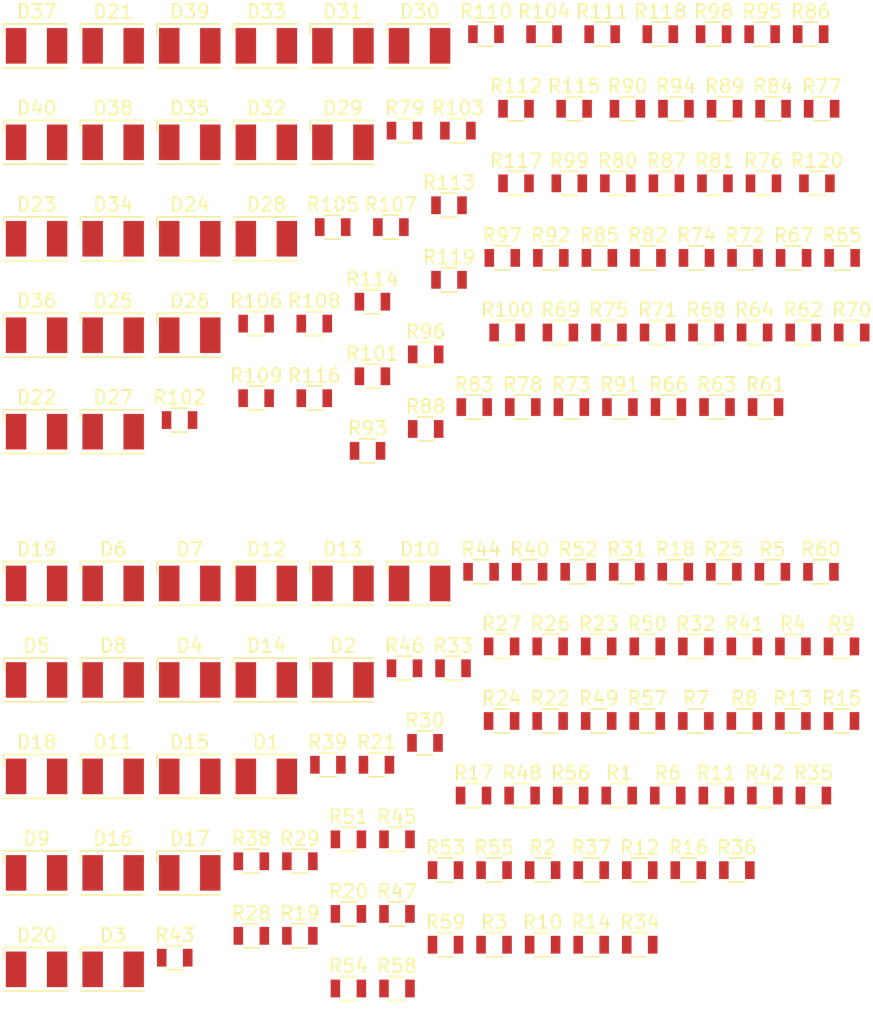
<source format=kicad_pcb>
(kicad_pcb (version 4) (host pcbnew 4.0.7-e2-6376~58~ubuntu16.04.1)
  (layers (0 F.Cu signal) (31 B.Cu signal) (34 B.Paste user) (35 F.Paste user) (36 B.SilkS user) (37 F.SilkS user) (38 B.Mask user) (39 F.Mask user) (44 Edge.Cuts user))
  (net 0 "")
  (net 1 "Net-(D1-Pad1)")
  (net 2 /Block1/IN)
  (net 3 "Net-(D2-Pad1)")
  (net 4 "Net-(D2-Pad2)")
  (net 5 "Net-(D3-Pad1)")
  (net 6 "Net-(D3-Pad2)")
  (net 7 "Net-(D4-Pad1)")
  (net 8 "Net-(D4-Pad2)")
  (net 9 "Net-(D5-Pad1)")
  (net 10 "Net-(D5-Pad2)")
  (net 11 "Net-(D6-Pad1)")
  (net 12 "Net-(D6-Pad2)")
  (net 13 "Net-(D7-Pad1)")
  (net 14 "Net-(D7-Pad2)")
  (net 15 "Net-(D8-Pad1)")
  (net 16 "Net-(D8-Pad2)")
  (net 17 "Net-(D9-Pad1)")
  (net 18 "Net-(D9-Pad2)")
  (net 19 "Net-(D10-Pad1)")
  (net 20 "Net-(D10-Pad2)")
  (net 21 "Net-(D11-Pad1)")
  (net 22 "Net-(D11-Pad2)")
  (net 23 "Net-(D12-Pad1)")
  (net 24 "Net-(D12-Pad2)")
  (net 25 "Net-(D13-Pad1)")
  (net 26 "Net-(D13-Pad2)")
  (net 27 "Net-(D14-Pad1)")
  (net 28 "Net-(D14-Pad2)")
  (net 29 "Net-(D15-Pad1)")
  (net 30 "Net-(D15-Pad2)")
  (net 31 "Net-(D16-Pad1)")
  (net 32 "Net-(D16-Pad2)")
  (net 33 "Net-(D17-Pad1)")
  (net 34 "Net-(D17-Pad2)")
  (net 35 "Net-(D18-Pad1)")
  (net 36 "Net-(D18-Pad2)")
  (net 37 "Net-(D19-Pad1)")
  (net 38 "Net-(D19-Pad2)")
  (net 39 "Net-(D20-Pad1)")
  (net 40 "Net-(D20-Pad2)")
  (net 41 "Net-(D21-Pad1)")
  (net 42 /Block2/IN)
  (net 43 "Net-(D22-Pad1)")
  (net 44 "Net-(D22-Pad2)")
  (net 45 "Net-(D23-Pad1)")
  (net 46 "Net-(D23-Pad2)")
  (net 47 "Net-(D24-Pad1)")
  (net 48 "Net-(D24-Pad2)")
  (net 49 "Net-(D25-Pad1)")
  (net 50 "Net-(D25-Pad2)")
  (net 51 "Net-(D26-Pad1)")
  (net 52 "Net-(D26-Pad2)")
  (net 53 "Net-(D27-Pad1)")
  (net 54 "Net-(D27-Pad2)")
  (net 55 "Net-(D28-Pad1)")
  (net 56 "Net-(D28-Pad2)")
  (net 57 "Net-(D29-Pad1)")
  (net 58 "Net-(D29-Pad2)")
  (net 59 "Net-(D30-Pad1)")
  (net 60 "Net-(D30-Pad2)")
  (net 61 "Net-(D31-Pad1)")
  (net 62 "Net-(D31-Pad2)")
  (net 63 "Net-(D32-Pad1)")
  (net 64 "Net-(D32-Pad2)")
  (net 65 "Net-(D33-Pad1)")
  (net 66 "Net-(D33-Pad2)")
  (net 67 "Net-(D34-Pad1)")
  (net 68 "Net-(D34-Pad2)")
  (net 69 "Net-(D35-Pad1)")
  (net 70 "Net-(D35-Pad2)")
  (net 71 "Net-(D36-Pad1)")
  (net 72 "Net-(D36-Pad2)")
  (net 73 "Net-(D37-Pad1)")
  (net 74 "Net-(D37-Pad2)")
  (net 75 "Net-(D38-Pad1)")
  (net 76 "Net-(D38-Pad2)")
  (net 77 "Net-(D39-Pad1)")
  (net 78 "Net-(D39-Pad2)")
  (net 79 "Net-(D40-Pad1)")
  (net 80 "Net-(D40-Pad2)")
  (net 81 VDD)
  (net 82 GND)
  (net 83 /Block2/OUT)
  (module LEDs:LED_PLCC-2 (layer F.Cu) (at 173.345001 159.735)
    (fp_text reference D1 (at 0 -2.5) (layer F.SilkS))
    (fp_text value LED)
    (pad 1 smd rect (at -1.5 0) (size 1.5 2.6) (layers F.Cu F.Paste F.Mask) (net 1 "Net-(D1-Pad1)"))
    (pad 2 smd rect (at 1.5 0) (size 1.5 2.6) (layers F.Cu F.Paste F.Mask) (net 2 /Block1/IN))
  )
  (module LEDs:LED_PLCC-2 (layer F.Cu) (at 178.945001 152.685)
    (fp_text reference D2 (at 0 -2.5) (layer F.SilkS))
    (fp_text value LED)
    (pad 1 smd rect (at -1.5 0) (size 1.5 2.6) (layers F.Cu F.Paste F.Mask) (net 3 "Net-(D2-Pad1)"))
    (pad 2 smd rect (at 1.5 0) (size 1.5 2.6) (layers F.Cu F.Paste F.Mask) (net 4 "Net-(D2-Pad2)"))
  )
  (module LEDs:LED_PLCC-2 (layer F.Cu) (at 162.145001 173.835)
    (fp_text reference D3 (at 0 -2.5) (layer F.SilkS))
    (fp_text value LED)
    (pad 1 smd rect (at -1.5 0) (size 1.5 2.6) (layers F.Cu F.Paste F.Mask) (net 5 "Net-(D3-Pad1)"))
    (pad 2 smd rect (at 1.5 0) (size 1.5 2.6) (layers F.Cu F.Paste F.Mask) (net 6 "Net-(D3-Pad2)"))
  )
  (module LEDs:LED_PLCC-2 (layer F.Cu) (at 167.745001 152.685)
    (fp_text reference D4 (at 0 -2.5) (layer F.SilkS))
    (fp_text value LED)
    (pad 1 smd rect (at -1.5 0) (size 1.5 2.6) (layers F.Cu F.Paste F.Mask) (net 7 "Net-(D4-Pad1)"))
    (pad 2 smd rect (at 1.5 0) (size 1.5 2.6) (layers F.Cu F.Paste F.Mask) (net 8 "Net-(D4-Pad2)"))
  )
  (module LEDs:LED_PLCC-2 (layer F.Cu) (at 156.545001 152.685)
    (fp_text reference D5 (at 0 -2.5) (layer F.SilkS))
    (fp_text value LED)
    (pad 1 smd rect (at -1.5 0) (size 1.5 2.6) (layers F.Cu F.Paste F.Mask) (net 9 "Net-(D5-Pad1)"))
    (pad 2 smd rect (at 1.5 0) (size 1.5 2.6) (layers F.Cu F.Paste F.Mask) (net 10 "Net-(D5-Pad2)"))
  )
  (module LEDs:LED_PLCC-2 (layer F.Cu) (at 162.145001 145.635)
    (fp_text reference D6 (at 0 -2.5) (layer F.SilkS))
    (fp_text value LED)
    (pad 1 smd rect (at -1.5 0) (size 1.5 2.6) (layers F.Cu F.Paste F.Mask) (net 11 "Net-(D6-Pad1)"))
    (pad 2 smd rect (at 1.5 0) (size 1.5 2.6) (layers F.Cu F.Paste F.Mask) (net 12 "Net-(D6-Pad2)"))
  )
  (module LEDs:LED_PLCC-2 (layer F.Cu) (at 167.745001 145.635)
    (fp_text reference D7 (at 0 -2.5) (layer F.SilkS))
    (fp_text value LED)
    (pad 1 smd rect (at -1.5 0) (size 1.5 2.6) (layers F.Cu F.Paste F.Mask) (net 13 "Net-(D7-Pad1)"))
    (pad 2 smd rect (at 1.5 0) (size 1.5 2.6) (layers F.Cu F.Paste F.Mask) (net 14 "Net-(D7-Pad2)"))
  )
  (module LEDs:LED_PLCC-2 (layer F.Cu) (at 162.145001 152.685)
    (fp_text reference D8 (at 0 -2.5) (layer F.SilkS))
    (fp_text value LED)
    (pad 1 smd rect (at -1.5 0) (size 1.5 2.6) (layers F.Cu F.Paste F.Mask) (net 15 "Net-(D8-Pad1)"))
    (pad 2 smd rect (at 1.5 0) (size 1.5 2.6) (layers F.Cu F.Paste F.Mask) (net 16 "Net-(D8-Pad2)"))
  )
  (module LEDs:LED_PLCC-2 (layer F.Cu) (at 156.545001 166.785)
    (fp_text reference D9 (at 0 -2.5) (layer F.SilkS))
    (fp_text value LED)
    (pad 1 smd rect (at -1.5 0) (size 1.5 2.6) (layers F.Cu F.Paste F.Mask) (net 17 "Net-(D9-Pad1)"))
    (pad 2 smd rect (at 1.5 0) (size 1.5 2.6) (layers F.Cu F.Paste F.Mask) (net 18 "Net-(D9-Pad2)"))
  )
  (module LEDs:LED_PLCC-2 (layer F.Cu) (at 184.545001 145.635)
    (fp_text reference D10 (at 0 -2.5) (layer F.SilkS))
    (fp_text value LED)
    (pad 1 smd rect (at -1.5 0) (size 1.5 2.6) (layers F.Cu F.Paste F.Mask) (net 19 "Net-(D10-Pad1)"))
    (pad 2 smd rect (at 1.5 0) (size 1.5 2.6) (layers F.Cu F.Paste F.Mask) (net 20 "Net-(D10-Pad2)"))
  )
  (module LEDs:LED_PLCC-2 (layer F.Cu) (at 162.145001 159.735)
    (fp_text reference D11 (at 0 -2.5) (layer F.SilkS))
    (fp_text value LED)
    (pad 1 smd rect (at -1.5 0) (size 1.5 2.6) (layers F.Cu F.Paste F.Mask) (net 21 "Net-(D11-Pad1)"))
    (pad 2 smd rect (at 1.5 0) (size 1.5 2.6) (layers F.Cu F.Paste F.Mask) (net 22 "Net-(D11-Pad2)"))
  )
  (module LEDs:LED_PLCC-2 (layer F.Cu) (at 173.345001 145.635)
    (fp_text reference D12 (at 0 -2.5) (layer F.SilkS))
    (fp_text value LED)
    (pad 1 smd rect (at -1.5 0) (size 1.5 2.6) (layers F.Cu F.Paste F.Mask) (net 23 "Net-(D12-Pad1)"))
    (pad 2 smd rect (at 1.5 0) (size 1.5 2.6) (layers F.Cu F.Paste F.Mask) (net 24 "Net-(D12-Pad2)"))
  )
  (module LEDs:LED_PLCC-2 (layer F.Cu) (at 178.945001 145.635)
    (fp_text reference D13 (at 0 -2.5) (layer F.SilkS))
    (fp_text value LED)
    (pad 1 smd rect (at -1.5 0) (size 1.5 2.6) (layers F.Cu F.Paste F.Mask) (net 25 "Net-(D13-Pad1)"))
    (pad 2 smd rect (at 1.5 0) (size 1.5 2.6) (layers F.Cu F.Paste F.Mask) (net 26 "Net-(D13-Pad2)"))
  )
  (module LEDs:LED_PLCC-2 (layer F.Cu) (at 173.345001 152.685)
    (fp_text reference D14 (at 0 -2.5) (layer F.SilkS))
    (fp_text value LED)
    (pad 1 smd rect (at -1.5 0) (size 1.5 2.6) (layers F.Cu F.Paste F.Mask) (net 27 "Net-(D14-Pad1)"))
    (pad 2 smd rect (at 1.5 0) (size 1.5 2.6) (layers F.Cu F.Paste F.Mask) (net 28 "Net-(D14-Pad2)"))
  )
  (module LEDs:LED_PLCC-2 (layer F.Cu) (at 167.745001 159.735)
    (fp_text reference D15 (at 0 -2.5) (layer F.SilkS))
    (fp_text value LED)
    (pad 1 smd rect (at -1.5 0) (size 1.5 2.6) (layers F.Cu F.Paste F.Mask) (net 29 "Net-(D15-Pad1)"))
    (pad 2 smd rect (at 1.5 0) (size 1.5 2.6) (layers F.Cu F.Paste F.Mask) (net 30 "Net-(D15-Pad2)"))
  )
  (module LEDs:LED_PLCC-2 (layer F.Cu) (at 162.145001 166.785)
    (fp_text reference D16 (at 0 -2.5) (layer F.SilkS))
    (fp_text value LED)
    (pad 1 smd rect (at -1.5 0) (size 1.5 2.6) (layers F.Cu F.Paste F.Mask) (net 31 "Net-(D16-Pad1)"))
    (pad 2 smd rect (at 1.5 0) (size 1.5 2.6) (layers F.Cu F.Paste F.Mask) (net 32 "Net-(D16-Pad2)"))
  )
  (module LEDs:LED_PLCC-2 (layer F.Cu) (at 167.745001 166.785)
    (fp_text reference D17 (at 0 -2.5) (layer F.SilkS))
    (fp_text value LED)
    (pad 1 smd rect (at -1.5 0) (size 1.5 2.6) (layers F.Cu F.Paste F.Mask) (net 33 "Net-(D17-Pad1)"))
    (pad 2 smd rect (at 1.5 0) (size 1.5 2.6) (layers F.Cu F.Paste F.Mask) (net 34 "Net-(D17-Pad2)"))
  )
  (module LEDs:LED_PLCC-2 (layer F.Cu) (at 156.545001 159.735)
    (fp_text reference D18 (at 0 -2.5) (layer F.SilkS))
    (fp_text value LED)
    (pad 1 smd rect (at -1.5 0) (size 1.5 2.6) (layers F.Cu F.Paste F.Mask) (net 35 "Net-(D18-Pad1)"))
    (pad 2 smd rect (at 1.5 0) (size 1.5 2.6) (layers F.Cu F.Paste F.Mask) (net 36 "Net-(D18-Pad2)"))
  )
  (module LEDs:LED_PLCC-2 (layer F.Cu) (at 156.545001 145.635)
    (fp_text reference D19 (at 0 -2.5) (layer F.SilkS))
    (fp_text value LED)
    (pad 1 smd rect (at -1.5 0) (size 1.5 2.6) (layers F.Cu F.Paste F.Mask) (net 37 "Net-(D19-Pad1)"))
    (pad 2 smd rect (at 1.5 0) (size 1.5 2.6) (layers F.Cu F.Paste F.Mask) (net 38 "Net-(D19-Pad2)"))
  )
  (module LEDs:LED_PLCC-2 (layer F.Cu) (at 156.545001 173.835)
    (fp_text reference D20 (at 0 -2.5) (layer F.SilkS))
    (fp_text value LED)
    (pad 1 smd rect (at -1.5 0) (size 1.5 2.6) (layers F.Cu F.Paste F.Mask) (net 39 "Net-(D20-Pad1)"))
    (pad 2 smd rect (at 1.5 0) (size 1.5 2.6) (layers F.Cu F.Paste F.Mask) (net 40 "Net-(D20-Pad2)"))
  )
  (module LEDs:LED_PLCC-2 (layer F.Cu) (at 162.145001 106.345)
    (fp_text reference D21 (at 0 -2.5) (layer F.SilkS))
    (fp_text value LED)
    (pad 1 smd rect (at -1.5 0) (size 1.5 2.6) (layers F.Cu F.Paste F.Mask) (net 41 "Net-(D21-Pad1)"))
    (pad 2 smd rect (at 1.5 0) (size 1.5 2.6) (layers F.Cu F.Paste F.Mask) (net 42 /Block2/IN))
  )
  (module LEDs:LED_PLCC-2 (layer F.Cu) (at 156.545001 134.545)
    (fp_text reference D22 (at 0 -2.5) (layer F.SilkS))
    (fp_text value LED)
    (pad 1 smd rect (at -1.5 0) (size 1.5 2.6) (layers F.Cu F.Paste F.Mask) (net 43 "Net-(D22-Pad1)"))
    (pad 2 smd rect (at 1.5 0) (size 1.5 2.6) (layers F.Cu F.Paste F.Mask) (net 44 "Net-(D22-Pad2)"))
  )
  (module LEDs:LED_PLCC-2 (layer F.Cu) (at 156.545001 120.445)
    (fp_text reference D23 (at 0 -2.5) (layer F.SilkS))
    (fp_text value LED)
    (pad 1 smd rect (at -1.5 0) (size 1.5 2.6) (layers F.Cu F.Paste F.Mask) (net 45 "Net-(D23-Pad1)"))
    (pad 2 smd rect (at 1.5 0) (size 1.5 2.6) (layers F.Cu F.Paste F.Mask) (net 46 "Net-(D23-Pad2)"))
  )
  (module LEDs:LED_PLCC-2 (layer F.Cu) (at 167.745001 120.445)
    (fp_text reference D24 (at 0 -2.5) (layer F.SilkS))
    (fp_text value LED)
    (pad 1 smd rect (at -1.5 0) (size 1.5 2.6) (layers F.Cu F.Paste F.Mask) (net 47 "Net-(D24-Pad1)"))
    (pad 2 smd rect (at 1.5 0) (size 1.5 2.6) (layers F.Cu F.Paste F.Mask) (net 48 "Net-(D24-Pad2)"))
  )
  (module LEDs:LED_PLCC-2 (layer F.Cu) (at 162.145001 127.495)
    (fp_text reference D25 (at 0 -2.5) (layer F.SilkS))
    (fp_text value LED)
    (pad 1 smd rect (at -1.5 0) (size 1.5 2.6) (layers F.Cu F.Paste F.Mask) (net 49 "Net-(D25-Pad1)"))
    (pad 2 smd rect (at 1.5 0) (size 1.5 2.6) (layers F.Cu F.Paste F.Mask) (net 50 "Net-(D25-Pad2)"))
  )
  (module LEDs:LED_PLCC-2 (layer F.Cu) (at 167.745001 127.495)
    (fp_text reference D26 (at 0 -2.5) (layer F.SilkS))
    (fp_text value LED)
    (pad 1 smd rect (at -1.5 0) (size 1.5 2.6) (layers F.Cu F.Paste F.Mask) (net 51 "Net-(D26-Pad1)"))
    (pad 2 smd rect (at 1.5 0) (size 1.5 2.6) (layers F.Cu F.Paste F.Mask) (net 52 "Net-(D26-Pad2)"))
  )
  (module LEDs:LED_PLCC-2 (layer F.Cu) (at 162.145001 134.545)
    (fp_text reference D27 (at 0 -2.5) (layer F.SilkS))
    (fp_text value LED)
    (pad 1 smd rect (at -1.5 0) (size 1.5 2.6) (layers F.Cu F.Paste F.Mask) (net 53 "Net-(D27-Pad1)"))
    (pad 2 smd rect (at 1.5 0) (size 1.5 2.6) (layers F.Cu F.Paste F.Mask) (net 54 "Net-(D27-Pad2)"))
  )
  (module LEDs:LED_PLCC-2 (layer F.Cu) (at 173.345001 120.445)
    (fp_text reference D28 (at 0 -2.5) (layer F.SilkS))
    (fp_text value LED)
    (pad 1 smd rect (at -1.5 0) (size 1.5 2.6) (layers F.Cu F.Paste F.Mask) (net 55 "Net-(D28-Pad1)"))
    (pad 2 smd rect (at 1.5 0) (size 1.5 2.6) (layers F.Cu F.Paste F.Mask) (net 56 "Net-(D28-Pad2)"))
  )
  (module LEDs:LED_PLCC-2 (layer F.Cu) (at 178.945001 113.395)
    (fp_text reference D29 (at 0 -2.5) (layer F.SilkS))
    (fp_text value LED)
    (pad 1 smd rect (at -1.5 0) (size 1.5 2.6) (layers F.Cu F.Paste F.Mask) (net 57 "Net-(D29-Pad1)"))
    (pad 2 smd rect (at 1.5 0) (size 1.5 2.6) (layers F.Cu F.Paste F.Mask) (net 58 "Net-(D29-Pad2)"))
  )
  (module LEDs:LED_PLCC-2 (layer F.Cu) (at 184.545001 106.345)
    (fp_text reference D30 (at 0 -2.5) (layer F.SilkS))
    (fp_text value LED)
    (pad 1 smd rect (at -1.5 0) (size 1.5 2.6) (layers F.Cu F.Paste F.Mask) (net 59 "Net-(D30-Pad1)"))
    (pad 2 smd rect (at 1.5 0) (size 1.5 2.6) (layers F.Cu F.Paste F.Mask) (net 60 "Net-(D30-Pad2)"))
  )
  (module LEDs:LED_PLCC-2 (layer F.Cu) (at 178.945001 106.345)
    (fp_text reference D31 (at 0 -2.5) (layer F.SilkS))
    (fp_text value LED)
    (pad 1 smd rect (at -1.5 0) (size 1.5 2.6) (layers F.Cu F.Paste F.Mask) (net 61 "Net-(D31-Pad1)"))
    (pad 2 smd rect (at 1.5 0) (size 1.5 2.6) (layers F.Cu F.Paste F.Mask) (net 62 "Net-(D31-Pad2)"))
  )
  (module LEDs:LED_PLCC-2 (layer F.Cu) (at 173.345001 113.395)
    (fp_text reference D32 (at 0 -2.5) (layer F.SilkS))
    (fp_text value LED)
    (pad 1 smd rect (at -1.5 0) (size 1.5 2.6) (layers F.Cu F.Paste F.Mask) (net 63 "Net-(D32-Pad1)"))
    (pad 2 smd rect (at 1.5 0) (size 1.5 2.6) (layers F.Cu F.Paste F.Mask) (net 64 "Net-(D32-Pad2)"))
  )
  (module LEDs:LED_PLCC-2 (layer F.Cu) (at 173.345001 106.345)
    (fp_text reference D33 (at 0 -2.5) (layer F.SilkS))
    (fp_text value LED)
    (pad 1 smd rect (at -1.5 0) (size 1.5 2.6) (layers F.Cu F.Paste F.Mask) (net 65 "Net-(D33-Pad1)"))
    (pad 2 smd rect (at 1.5 0) (size 1.5 2.6) (layers F.Cu F.Paste F.Mask) (net 66 "Net-(D33-Pad2)"))
  )
  (module LEDs:LED_PLCC-2 (layer F.Cu) (at 162.145001 120.445)
    (fp_text reference D34 (at 0 -2.5) (layer F.SilkS))
    (fp_text value LED)
    (pad 1 smd rect (at -1.5 0) (size 1.5 2.6) (layers F.Cu F.Paste F.Mask) (net 67 "Net-(D34-Pad1)"))
    (pad 2 smd rect (at 1.5 0) (size 1.5 2.6) (layers F.Cu F.Paste F.Mask) (net 68 "Net-(D34-Pad2)"))
  )
  (module LEDs:LED_PLCC-2 (layer F.Cu) (at 167.745001 113.395)
    (fp_text reference D35 (at 0 -2.5) (layer F.SilkS))
    (fp_text value LED)
    (pad 1 smd rect (at -1.5 0) (size 1.5 2.6) (layers F.Cu F.Paste F.Mask) (net 69 "Net-(D35-Pad1)"))
    (pad 2 smd rect (at 1.5 0) (size 1.5 2.6) (layers F.Cu F.Paste F.Mask) (net 70 "Net-(D35-Pad2)"))
  )
  (module LEDs:LED_PLCC-2 (layer F.Cu) (at 156.545001 127.495)
    (fp_text reference D36 (at 0 -2.5) (layer F.SilkS))
    (fp_text value LED)
    (pad 1 smd rect (at -1.5 0) (size 1.5 2.6) (layers F.Cu F.Paste F.Mask) (net 71 "Net-(D36-Pad1)"))
    (pad 2 smd rect (at 1.5 0) (size 1.5 2.6) (layers F.Cu F.Paste F.Mask) (net 72 "Net-(D36-Pad2)"))
  )
  (module LEDs:LED_PLCC-2 (layer F.Cu) (at 156.545001 106.345)
    (fp_text reference D37 (at 0 -2.5) (layer F.SilkS))
    (fp_text value LED)
    (pad 1 smd rect (at -1.5 0) (size 1.5 2.6) (layers F.Cu F.Paste F.Mask) (net 73 "Net-(D37-Pad1)"))
    (pad 2 smd rect (at 1.5 0) (size 1.5 2.6) (layers F.Cu F.Paste F.Mask) (net 74 "Net-(D37-Pad2)"))
  )
  (module LEDs:LED_PLCC-2 (layer F.Cu) (at 162.145001 113.395)
    (fp_text reference D38 (at 0 -2.5) (layer F.SilkS))
    (fp_text value LED)
    (pad 1 smd rect (at -1.5 0) (size 1.5 2.6) (layers F.Cu F.Paste F.Mask) (net 75 "Net-(D38-Pad1)"))
    (pad 2 smd rect (at 1.5 0) (size 1.5 2.6) (layers F.Cu F.Paste F.Mask) (net 76 "Net-(D38-Pad2)"))
  )
  (module LEDs:LED_PLCC-2 (layer F.Cu) (at 167.745001 106.345)
    (fp_text reference D39 (at 0 -2.5) (layer F.SilkS))
    (fp_text value LED)
    (pad 1 smd rect (at -1.5 0) (size 1.5 2.6) (layers F.Cu F.Paste F.Mask) (net 77 "Net-(D39-Pad1)"))
    (pad 2 smd rect (at 1.5 0) (size 1.5 2.6) (layers F.Cu F.Paste F.Mask) (net 78 "Net-(D39-Pad2)"))
  )
  (module LEDs:LED_PLCC-2 (layer F.Cu) (at 156.545001 113.395)
    (fp_text reference D40 (at 0 -2.5) (layer F.SilkS))
    (fp_text value LED)
    (pad 1 smd rect (at -1.5 0) (size 1.5 2.6) (layers F.Cu F.Paste F.Mask) (net 79 "Net-(D40-Pad1)"))
    (pad 2 smd rect (at 1.5 0) (size 1.5 2.6) (layers F.Cu F.Paste F.Mask) (net 80 "Net-(D40-Pad2)"))
  )
  (module Resistors_SMD:R_0805 (layer F.Cu) (at 199.145001 161.135)
    (fp_text reference R1 (at 0 -1.65) (layer F.SilkS))
    (fp_text value 287)
    (pad 1 smd rect (at -0.95 0) (size 0.7 1.3) (layers F.Cu F.Paste F.Mask) (net 81 VDD))
    (pad 2 smd rect (at 0.95 0) (size 0.7 1.3) (layers F.Cu F.Paste F.Mask) (net 2 /Block1/IN))
  )
  (module Resistors_SMD:R_0805 (layer F.Cu) (at 193.545001 166.585)
    (fp_text reference R2 (at 0 -1.65) (layer F.SilkS))
    (fp_text value 0)
    (pad 1 smd rect (at -0.95 0) (size 0.7 1.3) (layers F.Cu F.Paste F.Mask) (net 1 "Net-(D1-Pad1)"))
    (pad 2 smd rect (at 0.95 0) (size 0.7 1.3) (layers F.Cu F.Paste F.Mask) (net 82 GND))
  )
  (module Resistors_SMD:R_0805 (layer F.Cu) (at 189.995001 172.035)
    (fp_text reference R3 (at 0 -1.65) (layer F.SilkS))
    (fp_text value 0)
    (pad 1 smd rect (at -0.95 0) (size 0.7 1.3) (layers F.Cu F.Paste F.Mask) (net 4 "Net-(D2-Pad2)"))
    (pad 2 smd rect (at 0.95 0) (size 0.7 1.3) (layers F.Cu F.Paste F.Mask) (net 1 "Net-(D1-Pad1)"))
  )
  (module Resistors_SMD:R_0805 (layer F.Cu) (at 211.845001 150.235)
    (fp_text reference R4 (at 0 -1.65) (layer F.SilkS))
    (fp_text value 287)
    (pad 1 smd rect (at -0.95 0) (size 0.7 1.3) (layers F.Cu F.Paste F.Mask) (net 81 VDD))
    (pad 2 smd rect (at 0.95 0) (size 0.7 1.3) (layers F.Cu F.Paste F.Mask) (net 4 "Net-(D2-Pad2)"))
  )
  (module Resistors_SMD:R_0805 (layer F.Cu) (at 210.345001 144.785)
    (fp_text reference R5 (at 0 -1.65) (layer F.SilkS))
    (fp_text value 0)
    (pad 1 smd rect (at -0.95 0) (size 0.7 1.3) (layers F.Cu F.Paste F.Mask) (net 3 "Net-(D2-Pad1)"))
    (pad 2 smd rect (at 0.95 0) (size 0.7 1.3) (layers F.Cu F.Paste F.Mask) (net 82 GND))
  )
  (module Resistors_SMD:R_0805 (layer F.Cu) (at 202.695001 161.135)
    (fp_text reference R6 (at 0 -1.65) (layer F.SilkS))
    (fp_text value 0)
    (pad 1 smd rect (at -0.95 0) (size 0.7 1.3) (layers F.Cu F.Paste F.Mask) (net 6 "Net-(D3-Pad2)"))
    (pad 2 smd rect (at 0.95 0) (size 0.7 1.3) (layers F.Cu F.Paste F.Mask) (net 3 "Net-(D2-Pad1)"))
  )
  (module Resistors_SMD:R_0805 (layer F.Cu) (at 204.745001 155.685)
    (fp_text reference R7 (at 0 -1.65) (layer F.SilkS))
    (fp_text value 287)
    (pad 1 smd rect (at -0.95 0) (size 0.7 1.3) (layers F.Cu F.Paste F.Mask) (net 81 VDD))
    (pad 2 smd rect (at 0.95 0) (size 0.7 1.3) (layers F.Cu F.Paste F.Mask) (net 6 "Net-(D3-Pad2)"))
  )
  (module Resistors_SMD:R_0805 (layer F.Cu) (at 208.295001 155.685)
    (fp_text reference R8 (at 0 -1.65) (layer F.SilkS))
    (fp_text value 0)
    (pad 1 smd rect (at -0.95 0) (size 0.7 1.3) (layers F.Cu F.Paste F.Mask) (net 5 "Net-(D3-Pad1)"))
    (pad 2 smd rect (at 0.95 0) (size 0.7 1.3) (layers F.Cu F.Paste F.Mask) (net 82 GND))
  )
  (module Resistors_SMD:R_0805 (layer F.Cu) (at 215.395001 150.235)
    (fp_text reference R9 (at 0 -1.65) (layer F.SilkS))
    (fp_text value 0)
    (pad 1 smd rect (at -0.95 0) (size 0.7 1.3) (layers F.Cu F.Paste F.Mask) (net 8 "Net-(D4-Pad2)"))
    (pad 2 smd rect (at 0.95 0) (size 0.7 1.3) (layers F.Cu F.Paste F.Mask) (net 5 "Net-(D3-Pad1)"))
  )
  (module Resistors_SMD:R_0805 (layer F.Cu) (at 193.545001 172.035)
    (fp_text reference R10 (at 0 -1.65) (layer F.SilkS))
    (fp_text value 287)
    (pad 1 smd rect (at -0.95 0) (size 0.7 1.3) (layers F.Cu F.Paste F.Mask) (net 81 VDD))
    (pad 2 smd rect (at 0.95 0) (size 0.7 1.3) (layers F.Cu F.Paste F.Mask) (net 8 "Net-(D4-Pad2)"))
  )
  (module Resistors_SMD:R_0805 (layer F.Cu) (at 206.245001 161.135)
    (fp_text reference R11 (at 0 -1.65) (layer F.SilkS))
    (fp_text value 0)
    (pad 1 smd rect (at -0.95 0) (size 0.7 1.3) (layers F.Cu F.Paste F.Mask) (net 7 "Net-(D4-Pad1)"))
    (pad 2 smd rect (at 0.95 0) (size 0.7 1.3) (layers F.Cu F.Paste F.Mask) (net 82 GND))
  )
  (module Resistors_SMD:R_0805 (layer F.Cu) (at 200.645001 166.585)
    (fp_text reference R12 (at 0 -1.65) (layer F.SilkS))
    (fp_text value 0)
    (pad 1 smd rect (at -0.95 0) (size 0.7 1.3) (layers F.Cu F.Paste F.Mask) (net 10 "Net-(D5-Pad2)"))
    (pad 2 smd rect (at 0.95 0) (size 0.7 1.3) (layers F.Cu F.Paste F.Mask) (net 7 "Net-(D4-Pad1)"))
  )
  (module Resistors_SMD:R_0805 (layer F.Cu) (at 211.845001 155.685)
    (fp_text reference R13 (at 0 -1.65) (layer F.SilkS))
    (fp_text value 287)
    (pad 1 smd rect (at -0.95 0) (size 0.7 1.3) (layers F.Cu F.Paste F.Mask) (net 81 VDD))
    (pad 2 smd rect (at 0.95 0) (size 0.7 1.3) (layers F.Cu F.Paste F.Mask) (net 10 "Net-(D5-Pad2)"))
  )
  (module Resistors_SMD:R_0805 (layer F.Cu) (at 197.095001 172.035)
    (fp_text reference R14 (at 0 -1.65) (layer F.SilkS))
    (fp_text value 0)
    (pad 1 smd rect (at -0.95 0) (size 0.7 1.3) (layers F.Cu F.Paste F.Mask) (net 9 "Net-(D5-Pad1)"))
    (pad 2 smd rect (at 0.95 0) (size 0.7 1.3) (layers F.Cu F.Paste F.Mask) (net 82 GND))
  )
  (module Resistors_SMD:R_0805 (layer F.Cu) (at 215.395001 155.685)
    (fp_text reference R15 (at 0 -1.65) (layer F.SilkS))
    (fp_text value 0)
    (pad 1 smd rect (at -0.95 0) (size 0.7 1.3) (layers F.Cu F.Paste F.Mask) (net 12 "Net-(D6-Pad2)"))
    (pad 2 smd rect (at 0.95 0) (size 0.7 1.3) (layers F.Cu F.Paste F.Mask) (net 9 "Net-(D5-Pad1)"))
  )
  (module Resistors_SMD:R_0805 (layer F.Cu) (at 204.195001 166.585)
    (fp_text reference R16 (at 0 -1.65) (layer F.SilkS))
    (fp_text value 287)
    (pad 1 smd rect (at -0.95 0) (size 0.7 1.3) (layers F.Cu F.Paste F.Mask) (net 81 VDD))
    (pad 2 smd rect (at 0.95 0) (size 0.7 1.3) (layers F.Cu F.Paste F.Mask) (net 12 "Net-(D6-Pad2)"))
  )
  (module Resistors_SMD:R_0805 (layer F.Cu) (at 188.495001 161.135)
    (fp_text reference R17 (at 0 -1.65) (layer F.SilkS))
    (fp_text value 0)
    (pad 1 smd rect (at -0.95 0) (size 0.7 1.3) (layers F.Cu F.Paste F.Mask) (net 11 "Net-(D6-Pad1)"))
    (pad 2 smd rect (at 0.95 0) (size 0.7 1.3) (layers F.Cu F.Paste F.Mask) (net 82 GND))
  )
  (module Resistors_SMD:R_0805 (layer F.Cu) (at 203.245001 144.785)
    (fp_text reference R18 (at 0 -1.65) (layer F.SilkS))
    (fp_text value 0)
    (pad 1 smd rect (at -0.95 0) (size 0.7 1.3) (layers F.Cu F.Paste F.Mask) (net 14 "Net-(D7-Pad2)"))
    (pad 2 smd rect (at 0.95 0) (size 0.7 1.3) (layers F.Cu F.Paste F.Mask) (net 11 "Net-(D6-Pad1)"))
  )
  (module Resistors_SMD:R_0805 (layer F.Cu) (at 175.795001 171.385)
    (fp_text reference R19 (at 0 -1.65) (layer F.SilkS))
    (fp_text value 287)
    (pad 1 smd rect (at -0.95 0) (size 0.7 1.3) (layers F.Cu F.Paste F.Mask) (net 81 VDD))
    (pad 2 smd rect (at 0.95 0) (size 0.7 1.3) (layers F.Cu F.Paste F.Mask) (net 14 "Net-(D7-Pad2)"))
  )
  (module Resistors_SMD:R_0805 (layer F.Cu) (at 179.345001 169.785)
    (fp_text reference R20 (at 0 -1.65) (layer F.SilkS))
    (fp_text value 0)
    (pad 1 smd rect (at -0.95 0) (size 0.7 1.3) (layers F.Cu F.Paste F.Mask) (net 13 "Net-(D7-Pad1)"))
    (pad 2 smd rect (at 0.95 0) (size 0.7 1.3) (layers F.Cu F.Paste F.Mask) (net 82 GND))
  )
  (module Resistors_SMD:R_0805 (layer F.Cu) (at 181.395001 158.885)
    (fp_text reference R21 (at 0 -1.65) (layer F.SilkS))
    (fp_text value 0)
    (pad 1 smd rect (at -0.95 0) (size 0.7 1.3) (layers F.Cu F.Paste F.Mask) (net 16 "Net-(D8-Pad2)"))
    (pad 2 smd rect (at 0.95 0) (size 0.7 1.3) (layers F.Cu F.Paste F.Mask) (net 13 "Net-(D7-Pad1)"))
  )
  (module Resistors_SMD:R_0805 (layer F.Cu) (at 194.095001 155.685)
    (fp_text reference R22 (at 0 -1.65) (layer F.SilkS))
    (fp_text value 287)
    (pad 1 smd rect (at -0.95 0) (size 0.7 1.3) (layers F.Cu F.Paste F.Mask) (net 81 VDD))
    (pad 2 smd rect (at 0.95 0) (size 0.7 1.3) (layers F.Cu F.Paste F.Mask) (net 16 "Net-(D8-Pad2)"))
  )
  (module Resistors_SMD:R_0805 (layer F.Cu) (at 197.645001 150.235)
    (fp_text reference R23 (at 0 -1.65) (layer F.SilkS))
    (fp_text value 0)
    (pad 1 smd rect (at -0.95 0) (size 0.7 1.3) (layers F.Cu F.Paste F.Mask) (net 15 "Net-(D8-Pad1)"))
    (pad 2 smd rect (at 0.95 0) (size 0.7 1.3) (layers F.Cu F.Paste F.Mask) (net 82 GND))
  )
  (module Resistors_SMD:R_0805 (layer F.Cu) (at 190.545001 155.685)
    (fp_text reference R24 (at 0 -1.65) (layer F.SilkS))
    (fp_text value 0)
    (pad 1 smd rect (at -0.95 0) (size 0.7 1.3) (layers F.Cu F.Paste F.Mask) (net 18 "Net-(D9-Pad2)"))
    (pad 2 smd rect (at 0.95 0) (size 0.7 1.3) (layers F.Cu F.Paste F.Mask) (net 15 "Net-(D8-Pad1)"))
  )
  (module Resistors_SMD:R_0805 (layer F.Cu) (at 206.795001 144.785)
    (fp_text reference R25 (at 0 -1.65) (layer F.SilkS))
    (fp_text value 287)
    (pad 1 smd rect (at -0.95 0) (size 0.7 1.3) (layers F.Cu F.Paste F.Mask) (net 81 VDD))
    (pad 2 smd rect (at 0.95 0) (size 0.7 1.3) (layers F.Cu F.Paste F.Mask) (net 18 "Net-(D9-Pad2)"))
  )
  (module Resistors_SMD:R_0805 (layer F.Cu) (at 194.095001 150.235)
    (fp_text reference R26 (at 0 -1.65) (layer F.SilkS))
    (fp_text value 0)
    (pad 1 smd rect (at -0.95 0) (size 0.7 1.3) (layers F.Cu F.Paste F.Mask) (net 17 "Net-(D9-Pad1)"))
    (pad 2 smd rect (at 0.95 0) (size 0.7 1.3) (layers F.Cu F.Paste F.Mask) (net 82 GND))
  )
  (module Resistors_SMD:R_0805 (layer F.Cu) (at 190.545001 150.235)
    (fp_text reference R27 (at 0 -1.65) (layer F.SilkS))
    (fp_text value 0)
    (pad 1 smd rect (at -0.95 0) (size 0.7 1.3) (layers F.Cu F.Paste F.Mask) (net 20 "Net-(D10-Pad2)"))
    (pad 2 smd rect (at 0.95 0) (size 0.7 1.3) (layers F.Cu F.Paste F.Mask) (net 17 "Net-(D9-Pad1)"))
  )
  (module Resistors_SMD:R_0805 (layer F.Cu) (at 172.245001 171.385)
    (fp_text reference R28 (at 0 -1.65) (layer F.SilkS))
    (fp_text value 287)
    (pad 1 smd rect (at -0.95 0) (size 0.7 1.3) (layers F.Cu F.Paste F.Mask) (net 81 VDD))
    (pad 2 smd rect (at 0.95 0) (size 0.7 1.3) (layers F.Cu F.Paste F.Mask) (net 20 "Net-(D10-Pad2)"))
  )
  (module Resistors_SMD:R_0805 (layer F.Cu) (at 175.795001 165.935)
    (fp_text reference R29 (at 0 -1.65) (layer F.SilkS))
    (fp_text value 0)
    (pad 1 smd rect (at -0.95 0) (size 0.7 1.3) (layers F.Cu F.Paste F.Mask) (net 19 "Net-(D10-Pad1)"))
    (pad 2 smd rect (at 0.95 0) (size 0.7 1.3) (layers F.Cu F.Paste F.Mask) (net 82 GND))
  )
  (module Resistors_SMD:R_0805 (layer F.Cu) (at 184.945001 157.285)
    (fp_text reference R30 (at 0 -1.65) (layer F.SilkS))
    (fp_text value 0)
    (pad 1 smd rect (at -0.95 0) (size 0.7 1.3) (layers F.Cu F.Paste F.Mask) (net 22 "Net-(D11-Pad2)"))
    (pad 2 smd rect (at 0.95 0) (size 0.7 1.3) (layers F.Cu F.Paste F.Mask) (net 19 "Net-(D10-Pad1)"))
  )
  (module Resistors_SMD:R_0805 (layer F.Cu) (at 199.695001 144.785)
    (fp_text reference R31 (at 0 -1.65) (layer F.SilkS))
    (fp_text value 287)
    (pad 1 smd rect (at -0.95 0) (size 0.7 1.3) (layers F.Cu F.Paste F.Mask) (net 81 VDD))
    (pad 2 smd rect (at 0.95 0) (size 0.7 1.3) (layers F.Cu F.Paste F.Mask) (net 22 "Net-(D11-Pad2)"))
  )
  (module Resistors_SMD:R_0805 (layer F.Cu) (at 204.745001 150.235)
    (fp_text reference R32 (at 0 -1.65) (layer F.SilkS))
    (fp_text value 0)
    (pad 1 smd rect (at -0.95 0) (size 0.7 1.3) (layers F.Cu F.Paste F.Mask) (net 21 "Net-(D11-Pad1)"))
    (pad 2 smd rect (at 0.95 0) (size 0.7 1.3) (layers F.Cu F.Paste F.Mask) (net 82 GND))
  )
  (module Resistors_SMD:R_0805 (layer F.Cu) (at 186.995001 151.835)
    (fp_text reference R33 (at 0 -1.65) (layer F.SilkS))
    (fp_text value 0)
    (pad 1 smd rect (at -0.95 0) (size 0.7 1.3) (layers F.Cu F.Paste F.Mask) (net 24 "Net-(D12-Pad2)"))
    (pad 2 smd rect (at 0.95 0) (size 0.7 1.3) (layers F.Cu F.Paste F.Mask) (net 21 "Net-(D11-Pad1)"))
  )
  (module Resistors_SMD:R_0805 (layer F.Cu) (at 200.645001 172.035)
    (fp_text reference R34 (at 0 -1.65) (layer F.SilkS))
    (fp_text value 287)
    (pad 1 smd rect (at -0.95 0) (size 0.7 1.3) (layers F.Cu F.Paste F.Mask) (net 81 VDD))
    (pad 2 smd rect (at 0.95 0) (size 0.7 1.3) (layers F.Cu F.Paste F.Mask) (net 24 "Net-(D12-Pad2)"))
  )
  (module Resistors_SMD:R_0805 (layer F.Cu) (at 213.345001 161.135)
    (fp_text reference R35 (at 0 -1.65) (layer F.SilkS))
    (fp_text value 0)
    (pad 1 smd rect (at -0.95 0) (size 0.7 1.3) (layers F.Cu F.Paste F.Mask) (net 23 "Net-(D12-Pad1)"))
    (pad 2 smd rect (at 0.95 0) (size 0.7 1.3) (layers F.Cu F.Paste F.Mask) (net 82 GND))
  )
  (module Resistors_SMD:R_0805 (layer F.Cu) (at 207.745001 166.585)
    (fp_text reference R36 (at 0 -1.65) (layer F.SilkS))
    (fp_text value 0)
    (pad 1 smd rect (at -0.95 0) (size 0.7 1.3) (layers F.Cu F.Paste F.Mask) (net 26 "Net-(D13-Pad2)"))
    (pad 2 smd rect (at 0.95 0) (size 0.7 1.3) (layers F.Cu F.Paste F.Mask) (net 23 "Net-(D12-Pad1)"))
  )
  (module Resistors_SMD:R_0805 (layer F.Cu) (at 197.095001 166.585)
    (fp_text reference R37 (at 0 -1.65) (layer F.SilkS))
    (fp_text value 287)
    (pad 1 smd rect (at -0.95 0) (size 0.7 1.3) (layers F.Cu F.Paste F.Mask) (net 81 VDD))
    (pad 2 smd rect (at 0.95 0) (size 0.7 1.3) (layers F.Cu F.Paste F.Mask) (net 26 "Net-(D13-Pad2)"))
  )
  (module Resistors_SMD:R_0805 (layer F.Cu) (at 172.245001 165.935)
    (fp_text reference R38 (at 0 -1.65) (layer F.SilkS))
    (fp_text value 0)
    (pad 1 smd rect (at -0.95 0) (size 0.7 1.3) (layers F.Cu F.Paste F.Mask) (net 25 "Net-(D13-Pad1)"))
    (pad 2 smd rect (at 0.95 0) (size 0.7 1.3) (layers F.Cu F.Paste F.Mask) (net 82 GND))
  )
  (module Resistors_SMD:R_0805 (layer F.Cu) (at 177.845001 158.885)
    (fp_text reference R39 (at 0 -1.65) (layer F.SilkS))
    (fp_text value 0)
    (pad 1 smd rect (at -0.95 0) (size 0.7 1.3) (layers F.Cu F.Paste F.Mask) (net 28 "Net-(D14-Pad2)"))
    (pad 2 smd rect (at 0.95 0) (size 0.7 1.3) (layers F.Cu F.Paste F.Mask) (net 25 "Net-(D13-Pad1)"))
  )
  (module Resistors_SMD:R_0805 (layer F.Cu) (at 192.595001 144.785)
    (fp_text reference R40 (at 0 -1.65) (layer F.SilkS))
    (fp_text value 287)
    (pad 1 smd rect (at -0.95 0) (size 0.7 1.3) (layers F.Cu F.Paste F.Mask) (net 81 VDD))
    (pad 2 smd rect (at 0.95 0) (size 0.7 1.3) (layers F.Cu F.Paste F.Mask) (net 28 "Net-(D14-Pad2)"))
  )
  (module Resistors_SMD:R_0805 (layer F.Cu) (at 208.295001 150.235)
    (fp_text reference R41 (at 0 -1.65) (layer F.SilkS))
    (fp_text value 0)
    (pad 1 smd rect (at -0.95 0) (size 0.7 1.3) (layers F.Cu F.Paste F.Mask) (net 27 "Net-(D14-Pad1)"))
    (pad 2 smd rect (at 0.95 0) (size 0.7 1.3) (layers F.Cu F.Paste F.Mask) (net 82 GND))
  )
  (module Resistors_SMD:R_0805 (layer F.Cu) (at 209.795001 161.135)
    (fp_text reference R42 (at 0 -1.65) (layer F.SilkS))
    (fp_text value 0)
    (pad 1 smd rect (at -0.95 0) (size 0.7 1.3) (layers F.Cu F.Paste F.Mask) (net 30 "Net-(D15-Pad2)"))
    (pad 2 smd rect (at 0.95 0) (size 0.7 1.3) (layers F.Cu F.Paste F.Mask) (net 27 "Net-(D14-Pad1)"))
  )
  (module Resistors_SMD:R_0805 (layer F.Cu) (at 166.645001 172.985)
    (fp_text reference R43 (at 0 -1.65) (layer F.SilkS))
    (fp_text value 287)
    (pad 1 smd rect (at -0.95 0) (size 0.7 1.3) (layers F.Cu F.Paste F.Mask) (net 81 VDD))
    (pad 2 smd rect (at 0.95 0) (size 0.7 1.3) (layers F.Cu F.Paste F.Mask) (net 30 "Net-(D15-Pad2)"))
  )
  (module Resistors_SMD:R_0805 (layer F.Cu) (at 189.045001 144.785)
    (fp_text reference R44 (at 0 -1.65) (layer F.SilkS))
    (fp_text value 0)
    (pad 1 smd rect (at -0.95 0) (size 0.7 1.3) (layers F.Cu F.Paste F.Mask) (net 29 "Net-(D15-Pad1)"))
    (pad 2 smd rect (at 0.95 0) (size 0.7 1.3) (layers F.Cu F.Paste F.Mask) (net 82 GND))
  )
  (module Resistors_SMD:R_0805 (layer F.Cu) (at 182.895001 164.335)
    (fp_text reference R45 (at 0 -1.65) (layer F.SilkS))
    (fp_text value 0)
    (pad 1 smd rect (at -0.95 0) (size 0.7 1.3) (layers F.Cu F.Paste F.Mask) (net 32 "Net-(D16-Pad2)"))
    (pad 2 smd rect (at 0.95 0) (size 0.7 1.3) (layers F.Cu F.Paste F.Mask) (net 29 "Net-(D15-Pad1)"))
  )
  (module Resistors_SMD:R_0805 (layer F.Cu) (at 183.445001 151.835)
    (fp_text reference R46 (at 0 -1.65) (layer F.SilkS))
    (fp_text value 287)
    (pad 1 smd rect (at -0.95 0) (size 0.7 1.3) (layers F.Cu F.Paste F.Mask) (net 81 VDD))
    (pad 2 smd rect (at 0.95 0) (size 0.7 1.3) (layers F.Cu F.Paste F.Mask) (net 32 "Net-(D16-Pad2)"))
  )
  (module Resistors_SMD:R_0805 (layer F.Cu) (at 182.895001 169.785)
    (fp_text reference R47 (at 0 -1.65) (layer F.SilkS))
    (fp_text value 0)
    (pad 1 smd rect (at -0.95 0) (size 0.7 1.3) (layers F.Cu F.Paste F.Mask) (net 31 "Net-(D16-Pad1)"))
    (pad 2 smd rect (at 0.95 0) (size 0.7 1.3) (layers F.Cu F.Paste F.Mask) (net 82 GND))
  )
  (module Resistors_SMD:R_0805 (layer F.Cu) (at 192.045001 161.135)
    (fp_text reference R48 (at 0 -1.65) (layer F.SilkS))
    (fp_text value 0)
    (pad 1 smd rect (at -0.95 0) (size 0.7 1.3) (layers F.Cu F.Paste F.Mask) (net 34 "Net-(D17-Pad2)"))
    (pad 2 smd rect (at 0.95 0) (size 0.7 1.3) (layers F.Cu F.Paste F.Mask) (net 31 "Net-(D16-Pad1)"))
  )
  (module Resistors_SMD:R_0805 (layer F.Cu) (at 197.645001 155.685)
    (fp_text reference R49 (at 0 -1.65) (layer F.SilkS))
    (fp_text value 287)
    (pad 1 smd rect (at -0.95 0) (size 0.7 1.3) (layers F.Cu F.Paste F.Mask) (net 81 VDD))
    (pad 2 smd rect (at 0.95 0) (size 0.7 1.3) (layers F.Cu F.Paste F.Mask) (net 34 "Net-(D17-Pad2)"))
  )
  (module Resistors_SMD:R_0805 (layer F.Cu) (at 201.195001 150.235)
    (fp_text reference R50 (at 0 -1.65) (layer F.SilkS))
    (fp_text value 0)
    (pad 1 smd rect (at -0.95 0) (size 0.7 1.3) (layers F.Cu F.Paste F.Mask) (net 33 "Net-(D17-Pad1)"))
    (pad 2 smd rect (at 0.95 0) (size 0.7 1.3) (layers F.Cu F.Paste F.Mask) (net 82 GND))
  )
  (module Resistors_SMD:R_0805 (layer F.Cu) (at 179.345001 164.335)
    (fp_text reference R51 (at 0 -1.65) (layer F.SilkS))
    (fp_text value 0)
    (pad 1 smd rect (at -0.95 0) (size 0.7 1.3) (layers F.Cu F.Paste F.Mask) (net 36 "Net-(D18-Pad2)"))
    (pad 2 smd rect (at 0.95 0) (size 0.7 1.3) (layers F.Cu F.Paste F.Mask) (net 33 "Net-(D17-Pad1)"))
  )
  (module Resistors_SMD:R_0805 (layer F.Cu) (at 196.145001 144.785)
    (fp_text reference R52 (at 0 -1.65) (layer F.SilkS))
    (fp_text value 287)
    (pad 1 smd rect (at -0.95 0) (size 0.7 1.3) (layers F.Cu F.Paste F.Mask) (net 81 VDD))
    (pad 2 smd rect (at 0.95 0) (size 0.7 1.3) (layers F.Cu F.Paste F.Mask) (net 36 "Net-(D18-Pad2)"))
  )
  (module Resistors_SMD:R_0805 (layer F.Cu) (at 186.445001 166.585)
    (fp_text reference R53 (at 0 -1.65) (layer F.SilkS))
    (fp_text value 0)
    (pad 1 smd rect (at -0.95 0) (size 0.7 1.3) (layers F.Cu F.Paste F.Mask) (net 35 "Net-(D18-Pad1)"))
    (pad 2 smd rect (at 0.95 0) (size 0.7 1.3) (layers F.Cu F.Paste F.Mask) (net 82 GND))
  )
  (module Resistors_SMD:R_0805 (layer F.Cu) (at 179.345001 175.235)
    (fp_text reference R54 (at 0 -1.65) (layer F.SilkS))
    (fp_text value 0)
    (pad 1 smd rect (at -0.95 0) (size 0.7 1.3) (layers F.Cu F.Paste F.Mask) (net 38 "Net-(D19-Pad2)"))
    (pad 2 smd rect (at 0.95 0) (size 0.7 1.3) (layers F.Cu F.Paste F.Mask) (net 35 "Net-(D18-Pad1)"))
  )
  (module Resistors_SMD:R_0805 (layer F.Cu) (at 189.995001 166.585)
    (fp_text reference R55 (at 0 -1.65) (layer F.SilkS))
    (fp_text value 287)
    (pad 1 smd rect (at -0.95 0) (size 0.7 1.3) (layers F.Cu F.Paste F.Mask) (net 81 VDD))
    (pad 2 smd rect (at 0.95 0) (size 0.7 1.3) (layers F.Cu F.Paste F.Mask) (net 38 "Net-(D19-Pad2)"))
  )
  (module Resistors_SMD:R_0805 (layer F.Cu) (at 195.595001 161.135)
    (fp_text reference R56 (at 0 -1.65) (layer F.SilkS))
    (fp_text value 0)
    (pad 1 smd rect (at -0.95 0) (size 0.7 1.3) (layers F.Cu F.Paste F.Mask) (net 37 "Net-(D19-Pad1)"))
    (pad 2 smd rect (at 0.95 0) (size 0.7 1.3) (layers F.Cu F.Paste F.Mask) (net 82 GND))
  )
  (module Resistors_SMD:R_0805 (layer F.Cu) (at 201.195001 155.685)
    (fp_text reference R57 (at 0 -1.65) (layer F.SilkS))
    (fp_text value 0)
    (pad 1 smd rect (at -0.95 0) (size 0.7 1.3) (layers F.Cu F.Paste F.Mask) (net 40 "Net-(D20-Pad2)"))
    (pad 2 smd rect (at 0.95 0) (size 0.7 1.3) (layers F.Cu F.Paste F.Mask) (net 37 "Net-(D19-Pad1)"))
  )
  (module Resistors_SMD:R_0805 (layer F.Cu) (at 182.895001 175.235)
    (fp_text reference R58 (at 0 -1.65) (layer F.SilkS))
    (fp_text value 287)
    (pad 1 smd rect (at -0.95 0) (size 0.7 1.3) (layers F.Cu F.Paste F.Mask) (net 81 VDD))
    (pad 2 smd rect (at 0.95 0) (size 0.7 1.3) (layers F.Cu F.Paste F.Mask) (net 40 "Net-(D20-Pad2)"))
  )
  (module Resistors_SMD:R_0805 (layer F.Cu) (at 186.445001 172.035)
    (fp_text reference R59 (at 0 -1.65) (layer F.SilkS))
    (fp_text value 0)
    (pad 1 smd rect (at -0.95 0) (size 0.7 1.3) (layers F.Cu F.Paste F.Mask) (net 39 "Net-(D20-Pad1)"))
    (pad 2 smd rect (at 0.95 0) (size 0.7 1.3) (layers F.Cu F.Paste F.Mask) (net 82 GND))
  )
  (module Resistors_SMD:R_0805 (layer F.Cu) (at 213.895001 144.785)
    (fp_text reference R60 (at 0 -1.65) (layer F.SilkS))
    (fp_text value 0)
    (pad 1 smd rect (at -0.95 0) (size 0.7 1.3) (layers F.Cu F.Paste F.Mask) (net 42 /Block2/IN))
    (pad 2 smd rect (at 0.95 0) (size 0.7 1.3) (layers F.Cu F.Paste F.Mask) (net 39 "Net-(D20-Pad1)"))
  )
  (module Resistors_SMD:R_0805 (layer F.Cu) (at 209.845001 132.745)
    (fp_text reference R61 (at 0 -1.65) (layer F.SilkS))
    (fp_text value 287)
    (pad 1 smd rect (at -0.95 0) (size 0.7 1.3) (layers F.Cu F.Paste F.Mask) (net 81 VDD))
    (pad 2 smd rect (at 0.95 0) (size 0.7 1.3) (layers F.Cu F.Paste F.Mask) (net 42 /Block2/IN))
  )
  (module Resistors_SMD:R_0805 (layer F.Cu) (at 212.595001 127.295)
    (fp_text reference R62 (at 0 -1.65) (layer F.SilkS))
    (fp_text value 0)
    (pad 1 smd rect (at -0.95 0) (size 0.7 1.3) (layers F.Cu F.Paste F.Mask) (net 41 "Net-(D21-Pad1)"))
    (pad 2 smd rect (at 0.95 0) (size 0.7 1.3) (layers F.Cu F.Paste F.Mask) (net 82 GND))
  )
  (module Resistors_SMD:R_0805 (layer F.Cu) (at 206.295001 132.745)
    (fp_text reference R63 (at 0 -1.65) (layer F.SilkS))
    (fp_text value 0)
    (pad 1 smd rect (at -0.95 0) (size 0.7 1.3) (layers F.Cu F.Paste F.Mask) (net 44 "Net-(D22-Pad2)"))
    (pad 2 smd rect (at 0.95 0) (size 0.7 1.3) (layers F.Cu F.Paste F.Mask) (net 41 "Net-(D21-Pad1)"))
  )
  (module Resistors_SMD:R_0805 (layer F.Cu) (at 209.045001 127.295)
    (fp_text reference R64 (at 0 -1.65) (layer F.SilkS))
    (fp_text value 287)
    (pad 1 smd rect (at -0.95 0) (size 0.7 1.3) (layers F.Cu F.Paste F.Mask) (net 81 VDD))
    (pad 2 smd rect (at 0.95 0) (size 0.7 1.3) (layers F.Cu F.Paste F.Mask) (net 44 "Net-(D22-Pad2)"))
  )
  (module Resistors_SMD:R_0805 (layer F.Cu) (at 215.445001 121.845)
    (fp_text reference R65 (at 0 -1.65) (layer F.SilkS))
    (fp_text value 0)
    (pad 1 smd rect (at -0.95 0) (size 0.7 1.3) (layers F.Cu F.Paste F.Mask) (net 43 "Net-(D22-Pad1)"))
    (pad 2 smd rect (at 0.95 0) (size 0.7 1.3) (layers F.Cu F.Paste F.Mask) (net 82 GND))
  )
  (module Resistors_SMD:R_0805 (layer F.Cu) (at 202.745001 132.745)
    (fp_text reference R66 (at 0 -1.65) (layer F.SilkS))
    (fp_text value 0)
    (pad 1 smd rect (at -0.95 0) (size 0.7 1.3) (layers F.Cu F.Paste F.Mask) (net 46 "Net-(D23-Pad2)"))
    (pad 2 smd rect (at 0.95 0) (size 0.7 1.3) (layers F.Cu F.Paste F.Mask) (net 43 "Net-(D22-Pad1)"))
  )
  (module Resistors_SMD:R_0805 (layer F.Cu) (at 211.895001 121.845)
    (fp_text reference R67 (at 0 -1.65) (layer F.SilkS))
    (fp_text value 287)
    (pad 1 smd rect (at -0.95 0) (size 0.7 1.3) (layers F.Cu F.Paste F.Mask) (net 81 VDD))
    (pad 2 smd rect (at 0.95 0) (size 0.7 1.3) (layers F.Cu F.Paste F.Mask) (net 46 "Net-(D23-Pad2)"))
  )
  (module Resistors_SMD:R_0805 (layer F.Cu) (at 205.495001 127.295)
    (fp_text reference R68 (at 0 -1.65) (layer F.SilkS))
    (fp_text value 0)
    (pad 1 smd rect (at -0.95 0) (size 0.7 1.3) (layers F.Cu F.Paste F.Mask) (net 45 "Net-(D23-Pad1)"))
    (pad 2 smd rect (at 0.95 0) (size 0.7 1.3) (layers F.Cu F.Paste F.Mask) (net 82 GND))
  )
  (module Resistors_SMD:R_0805 (layer F.Cu) (at 194.845001 127.295)
    (fp_text reference R69 (at 0 -1.65) (layer F.SilkS))
    (fp_text value 0)
    (pad 1 smd rect (at -0.95 0) (size 0.7 1.3) (layers F.Cu F.Paste F.Mask) (net 48 "Net-(D24-Pad2)"))
    (pad 2 smd rect (at 0.95 0) (size 0.7 1.3) (layers F.Cu F.Paste F.Mask) (net 45 "Net-(D23-Pad1)"))
  )
  (module Resistors_SMD:R_0805 (layer F.Cu) (at 216.145001 127.295)
    (fp_text reference R70 (at 0 -1.65) (layer F.SilkS))
    (fp_text value 287)
    (pad 1 smd rect (at -0.95 0) (size 0.7 1.3) (layers F.Cu F.Paste F.Mask) (net 81 VDD))
    (pad 2 smd rect (at 0.95 0) (size 0.7 1.3) (layers F.Cu F.Paste F.Mask) (net 48 "Net-(D24-Pad2)"))
  )
  (module Resistors_SMD:R_0805 (layer F.Cu) (at 201.945001 127.295)
    (fp_text reference R71 (at 0 -1.65) (layer F.SilkS))
    (fp_text value 0)
    (pad 1 smd rect (at -0.95 0) (size 0.7 1.3) (layers F.Cu F.Paste F.Mask) (net 47 "Net-(D24-Pad1)"))
    (pad 2 smd rect (at 0.95 0) (size 0.7 1.3) (layers F.Cu F.Paste F.Mask) (net 82 GND))
  )
  (module Resistors_SMD:R_0805 (layer F.Cu) (at 208.345001 121.845)
    (fp_text reference R72 (at 0 -1.65) (layer F.SilkS))
    (fp_text value 0)
    (pad 1 smd rect (at -0.95 0) (size 0.7 1.3) (layers F.Cu F.Paste F.Mask) (net 50 "Net-(D25-Pad2)"))
    (pad 2 smd rect (at 0.95 0) (size 0.7 1.3) (layers F.Cu F.Paste F.Mask) (net 47 "Net-(D24-Pad1)"))
  )
  (module Resistors_SMD:R_0805 (layer F.Cu) (at 195.645001 132.745)
    (fp_text reference R73 (at 0 -1.65) (layer F.SilkS))
    (fp_text value 287)
    (pad 1 smd rect (at -0.95 0) (size 0.7 1.3) (layers F.Cu F.Paste F.Mask) (net 81 VDD))
    (pad 2 smd rect (at 0.95 0) (size 0.7 1.3) (layers F.Cu F.Paste F.Mask) (net 50 "Net-(D25-Pad2)"))
  )
  (module Resistors_SMD:R_0805 (layer F.Cu) (at 204.795001 121.845)
    (fp_text reference R74 (at 0 -1.65) (layer F.SilkS))
    (fp_text value 0)
    (pad 1 smd rect (at -0.95 0) (size 0.7 1.3) (layers F.Cu F.Paste F.Mask) (net 49 "Net-(D25-Pad1)"))
    (pad 2 smd rect (at 0.95 0) (size 0.7 1.3) (layers F.Cu F.Paste F.Mask) (net 82 GND))
  )
  (module Resistors_SMD:R_0805 (layer F.Cu) (at 198.395001 127.295)
    (fp_text reference R75 (at 0 -1.65) (layer F.SilkS))
    (fp_text value 0)
    (pad 1 smd rect (at -0.95 0) (size 0.7 1.3) (layers F.Cu F.Paste F.Mask) (net 52 "Net-(D26-Pad2)"))
    (pad 2 smd rect (at 0.95 0) (size 0.7 1.3) (layers F.Cu F.Paste F.Mask) (net 49 "Net-(D25-Pad1)"))
  )
  (module Resistors_SMD:R_0805 (layer F.Cu) (at 209.695001 116.395)
    (fp_text reference R76 (at 0 -1.65) (layer F.SilkS))
    (fp_text value 287)
    (pad 1 smd rect (at -0.95 0) (size 0.7 1.3) (layers F.Cu F.Paste F.Mask) (net 81 VDD))
    (pad 2 smd rect (at 0.95 0) (size 0.7 1.3) (layers F.Cu F.Paste F.Mask) (net 52 "Net-(D26-Pad2)"))
  )
  (module Resistors_SMD:R_0805 (layer F.Cu) (at 213.945001 110.945)
    (fp_text reference R77 (at 0 -1.65) (layer F.SilkS))
    (fp_text value 0)
    (pad 1 smd rect (at -0.95 0) (size 0.7 1.3) (layers F.Cu F.Paste F.Mask) (net 51 "Net-(D26-Pad1)"))
    (pad 2 smd rect (at 0.95 0) (size 0.7 1.3) (layers F.Cu F.Paste F.Mask) (net 82 GND))
  )
  (module Resistors_SMD:R_0805 (layer F.Cu) (at 192.095001 132.745)
    (fp_text reference R78 (at 0 -1.65) (layer F.SilkS))
    (fp_text value 0)
    (pad 1 smd rect (at -0.95 0) (size 0.7 1.3) (layers F.Cu F.Paste F.Mask) (net 54 "Net-(D27-Pad2)"))
    (pad 2 smd rect (at 0.95 0) (size 0.7 1.3) (layers F.Cu F.Paste F.Mask) (net 51 "Net-(D26-Pad1)"))
  )
  (module Resistors_SMD:R_0805 (layer F.Cu) (at 183.445001 112.545)
    (fp_text reference R79 (at 0 -1.65) (layer F.SilkS))
    (fp_text value 287)
    (pad 1 smd rect (at -0.95 0) (size 0.7 1.3) (layers F.Cu F.Paste F.Mask) (net 81 VDD))
    (pad 2 smd rect (at 0.95 0) (size 0.7 1.3) (layers F.Cu F.Paste F.Mask) (net 54 "Net-(D27-Pad2)"))
  )
  (module Resistors_SMD:R_0805 (layer F.Cu) (at 199.045001 116.395)
    (fp_text reference R80 (at 0 -1.65) (layer F.SilkS))
    (fp_text value 0)
    (pad 1 smd rect (at -0.95 0) (size 0.7 1.3) (layers F.Cu F.Paste F.Mask) (net 53 "Net-(D27-Pad1)"))
    (pad 2 smd rect (at 0.95 0) (size 0.7 1.3) (layers F.Cu F.Paste F.Mask) (net 82 GND))
  )
  (module Resistors_SMD:R_0805 (layer F.Cu) (at 206.145001 116.395)
    (fp_text reference R81 (at 0 -1.65) (layer F.SilkS))
    (fp_text value 0)
    (pad 1 smd rect (at -0.95 0) (size 0.7 1.3) (layers F.Cu F.Paste F.Mask) (net 56 "Net-(D28-Pad2)"))
    (pad 2 smd rect (at 0.95 0) (size 0.7 1.3) (layers F.Cu F.Paste F.Mask) (net 53 "Net-(D27-Pad1)"))
  )
  (module Resistors_SMD:R_0805 (layer F.Cu) (at 201.245001 121.845)
    (fp_text reference R82 (at 0 -1.65) (layer F.SilkS))
    (fp_text value 287)
    (pad 1 smd rect (at -0.95 0) (size 0.7 1.3) (layers F.Cu F.Paste F.Mask) (net 81 VDD))
    (pad 2 smd rect (at 0.95 0) (size 0.7 1.3) (layers F.Cu F.Paste F.Mask) (net 56 "Net-(D28-Pad2)"))
  )
  (module Resistors_SMD:R_0805 (layer F.Cu) (at 188.545001 132.745)
    (fp_text reference R83 (at 0 -1.65) (layer F.SilkS))
    (fp_text value 0)
    (pad 1 smd rect (at -0.95 0) (size 0.7 1.3) (layers F.Cu F.Paste F.Mask) (net 55 "Net-(D28-Pad1)"))
    (pad 2 smd rect (at 0.95 0) (size 0.7 1.3) (layers F.Cu F.Paste F.Mask) (net 82 GND))
  )
  (module Resistors_SMD:R_0805 (layer F.Cu) (at 210.395001 110.945)
    (fp_text reference R84 (at 0 -1.65) (layer F.SilkS))
    (fp_text value 0)
    (pad 1 smd rect (at -0.95 0) (size 0.7 1.3) (layers F.Cu F.Paste F.Mask) (net 58 "Net-(D29-Pad2)"))
    (pad 2 smd rect (at 0.95 0) (size 0.7 1.3) (layers F.Cu F.Paste F.Mask) (net 55 "Net-(D28-Pad1)"))
  )
  (module Resistors_SMD:R_0805 (layer F.Cu) (at 197.695001 121.845)
    (fp_text reference R85 (at 0 -1.65) (layer F.SilkS))
    (fp_text value 287)
    (pad 1 smd rect (at -0.95 0) (size 0.7 1.3) (layers F.Cu F.Paste F.Mask) (net 81 VDD))
    (pad 2 smd rect (at 0.95 0) (size 0.7 1.3) (layers F.Cu F.Paste F.Mask) (net 58 "Net-(D29-Pad2)"))
  )
  (module Resistors_SMD:R_0805 (layer F.Cu) (at 213.145001 105.495)
    (fp_text reference R86 (at 0 -1.65) (layer F.SilkS))
    (fp_text value 0)
    (pad 1 smd rect (at -0.95 0) (size 0.7 1.3) (layers F.Cu F.Paste F.Mask) (net 57 "Net-(D29-Pad1)"))
    (pad 2 smd rect (at 0.95 0) (size 0.7 1.3) (layers F.Cu F.Paste F.Mask) (net 82 GND))
  )
  (module Resistors_SMD:R_0805 (layer F.Cu) (at 202.595001 116.395)
    (fp_text reference R87 (at 0 -1.65) (layer F.SilkS))
    (fp_text value 0)
    (pad 1 smd rect (at -0.95 0) (size 0.7 1.3) (layers F.Cu F.Paste F.Mask) (net 60 "Net-(D30-Pad2)"))
    (pad 2 smd rect (at 0.95 0) (size 0.7 1.3) (layers F.Cu F.Paste F.Mask) (net 57 "Net-(D29-Pad1)"))
  )
  (module Resistors_SMD:R_0805 (layer F.Cu) (at 184.995001 134.345)
    (fp_text reference R88 (at 0 -1.65) (layer F.SilkS))
    (fp_text value 287)
    (pad 1 smd rect (at -0.95 0) (size 0.7 1.3) (layers F.Cu F.Paste F.Mask) (net 81 VDD))
    (pad 2 smd rect (at 0.95 0) (size 0.7 1.3) (layers F.Cu F.Paste F.Mask) (net 60 "Net-(D30-Pad2)"))
  )
  (module Resistors_SMD:R_0805 (layer F.Cu) (at 206.845001 110.945)
    (fp_text reference R89 (at 0 -1.65) (layer F.SilkS))
    (fp_text value 0)
    (pad 1 smd rect (at -0.95 0) (size 0.7 1.3) (layers F.Cu F.Paste F.Mask) (net 59 "Net-(D30-Pad1)"))
    (pad 2 smd rect (at 0.95 0) (size 0.7 1.3) (layers F.Cu F.Paste F.Mask) (net 82 GND))
  )
  (module Resistors_SMD:R_0805 (layer F.Cu) (at 199.745001 110.945)
    (fp_text reference R90 (at 0 -1.65) (layer F.SilkS))
    (fp_text value 0)
    (pad 1 smd rect (at -0.95 0) (size 0.7 1.3) (layers F.Cu F.Paste F.Mask) (net 62 "Net-(D31-Pad2)"))
    (pad 2 smd rect (at 0.95 0) (size 0.7 1.3) (layers F.Cu F.Paste F.Mask) (net 59 "Net-(D30-Pad1)"))
  )
  (module Resistors_SMD:R_0805 (layer F.Cu) (at 199.195001 132.745)
    (fp_text reference R91 (at 0 -1.65) (layer F.SilkS))
    (fp_text value 287)
    (pad 1 smd rect (at -0.95 0) (size 0.7 1.3) (layers F.Cu F.Paste F.Mask) (net 81 VDD))
    (pad 2 smd rect (at 0.95 0) (size 0.7 1.3) (layers F.Cu F.Paste F.Mask) (net 62 "Net-(D31-Pad2)"))
  )
  (module Resistors_SMD:R_0805 (layer F.Cu) (at 194.145001 121.845)
    (fp_text reference R92 (at 0 -1.65) (layer F.SilkS))
    (fp_text value 0)
    (pad 1 smd rect (at -0.95 0) (size 0.7 1.3) (layers F.Cu F.Paste F.Mask) (net 61 "Net-(D31-Pad1)"))
    (pad 2 smd rect (at 0.95 0) (size 0.7 1.3) (layers F.Cu F.Paste F.Mask) (net 82 GND))
  )
  (module Resistors_SMD:R_0805 (layer F.Cu) (at 180.745001 135.945)
    (fp_text reference R93 (at 0 -1.65) (layer F.SilkS))
    (fp_text value 0)
    (pad 1 smd rect (at -0.95 0) (size 0.7 1.3) (layers F.Cu F.Paste F.Mask) (net 64 "Net-(D32-Pad2)"))
    (pad 2 smd rect (at 0.95 0) (size 0.7 1.3) (layers F.Cu F.Paste F.Mask) (net 61 "Net-(D31-Pad1)"))
  )
  (module Resistors_SMD:R_0805 (layer F.Cu) (at 203.295001 110.945)
    (fp_text reference R94 (at 0 -1.65) (layer F.SilkS))
    (fp_text value 287)
    (pad 1 smd rect (at -0.95 0) (size 0.7 1.3) (layers F.Cu F.Paste F.Mask) (net 81 VDD))
    (pad 2 smd rect (at 0.95 0) (size 0.7 1.3) (layers F.Cu F.Paste F.Mask) (net 64 "Net-(D32-Pad2)"))
  )
  (module Resistors_SMD:R_0805 (layer F.Cu) (at 209.595001 105.495)
    (fp_text reference R95 (at 0 -1.65) (layer F.SilkS))
    (fp_text value 0)
    (pad 1 smd rect (at -0.95 0) (size 0.7 1.3) (layers F.Cu F.Paste F.Mask) (net 63 "Net-(D32-Pad1)"))
    (pad 2 smd rect (at 0.95 0) (size 0.7 1.3) (layers F.Cu F.Paste F.Mask) (net 82 GND))
  )
  (module Resistors_SMD:R_0805 (layer F.Cu) (at 184.995001 128.895)
    (fp_text reference R96 (at 0 -1.65) (layer F.SilkS))
    (fp_text value 0)
    (pad 1 smd rect (at -0.95 0) (size 0.7 1.3) (layers F.Cu F.Paste F.Mask) (net 66 "Net-(D33-Pad2)"))
    (pad 2 smd rect (at 0.95 0) (size 0.7 1.3) (layers F.Cu F.Paste F.Mask) (net 63 "Net-(D32-Pad1)"))
  )
  (module Resistors_SMD:R_0805 (layer F.Cu) (at 190.595001 121.845)
    (fp_text reference R97 (at 0 -1.65) (layer F.SilkS))
    (fp_text value 287)
    (pad 1 smd rect (at -0.95 0) (size 0.7 1.3) (layers F.Cu F.Paste F.Mask) (net 81 VDD))
    (pad 2 smd rect (at 0.95 0) (size 0.7 1.3) (layers F.Cu F.Paste F.Mask) (net 66 "Net-(D33-Pad2)"))
  )
  (module Resistors_SMD:R_0805 (layer F.Cu) (at 206.045001 105.495)
    (fp_text reference R98 (at 0 -1.65) (layer F.SilkS))
    (fp_text value 0)
    (pad 1 smd rect (at -0.95 0) (size 0.7 1.3) (layers F.Cu F.Paste F.Mask) (net 65 "Net-(D33-Pad1)"))
    (pad 2 smd rect (at 0.95 0) (size 0.7 1.3) (layers F.Cu F.Paste F.Mask) (net 82 GND))
  )
  (module Resistors_SMD:R_0805 (layer F.Cu) (at 195.495001 116.395)
    (fp_text reference R99 (at 0 -1.65) (layer F.SilkS))
    (fp_text value 0)
    (pad 1 smd rect (at -0.95 0) (size 0.7 1.3) (layers F.Cu F.Paste F.Mask) (net 68 "Net-(D34-Pad2)"))
    (pad 2 smd rect (at 0.95 0) (size 0.7 1.3) (layers F.Cu F.Paste F.Mask) (net 65 "Net-(D33-Pad1)"))
  )
  (module Resistors_SMD:R_0805 (layer F.Cu) (at 190.948571 127.295)
    (fp_text reference R100 (at 0 -1.65) (layer F.SilkS))
    (fp_text value 287)
    (pad 1 smd rect (at -0.95 0) (size 0.7 1.3) (layers F.Cu F.Paste F.Mask) (net 81 VDD))
    (pad 2 smd rect (at 0.95 0) (size 0.7 1.3) (layers F.Cu F.Paste F.Mask) (net 68 "Net-(D34-Pad2)"))
  )
  (module Resistors_SMD:R_0805 (layer F.Cu) (at 181.098571 130.495)
    (fp_text reference R101 (at 0 -1.65) (layer F.SilkS))
    (fp_text value 0)
    (pad 1 smd rect (at -0.95 0) (size 0.7 1.3) (layers F.Cu F.Paste F.Mask) (net 67 "Net-(D34-Pad1)"))
    (pad 2 smd rect (at 0.95 0) (size 0.7 1.3) (layers F.Cu F.Paste F.Mask) (net 82 GND))
  )
  (module Resistors_SMD:R_0805 (layer F.Cu) (at 166.998571 133.695)
    (fp_text reference R102 (at 0 -1.65) (layer F.SilkS))
    (fp_text value 0)
    (pad 1 smd rect (at -0.95 0) (size 0.7 1.3) (layers F.Cu F.Paste F.Mask) (net 70 "Net-(D35-Pad2)"))
    (pad 2 smd rect (at 0.95 0) (size 0.7 1.3) (layers F.Cu F.Paste F.Mask) (net 67 "Net-(D34-Pad1)"))
  )
  (module Resistors_SMD:R_0805 (layer F.Cu) (at 187.348571 112.545)
    (fp_text reference R103 (at 0 -1.65) (layer F.SilkS))
    (fp_text value 287)
    (pad 1 smd rect (at -0.95 0) (size 0.7 1.3) (layers F.Cu F.Paste F.Mask) (net 81 VDD))
    (pad 2 smd rect (at 0.95 0) (size 0.7 1.3) (layers F.Cu F.Paste F.Mask) (net 70 "Net-(D35-Pad2)"))
  )
  (module Resistors_SMD:R_0805 (layer F.Cu) (at 193.648571 105.495)
    (fp_text reference R104 (at 0 -1.65) (layer F.SilkS))
    (fp_text value 0)
    (pad 1 smd rect (at -0.95 0) (size 0.7 1.3) (layers F.Cu F.Paste F.Mask) (net 69 "Net-(D35-Pad1)"))
    (pad 2 smd rect (at 0.95 0) (size 0.7 1.3) (layers F.Cu F.Paste F.Mask) (net 82 GND))
  )
  (module Resistors_SMD:R_0805 (layer F.Cu) (at 178.198571 119.595)
    (fp_text reference R105 (at 0 -1.65) (layer F.SilkS))
    (fp_text value 0)
    (pad 1 smd rect (at -0.95 0) (size 0.7 1.3) (layers F.Cu F.Paste F.Mask) (net 72 "Net-(D36-Pad2)"))
    (pad 2 smd rect (at 0.95 0) (size 0.7 1.3) (layers F.Cu F.Paste F.Mask) (net 69 "Net-(D35-Pad1)"))
  )
  (module Resistors_SMD:R_0805 (layer F.Cu) (at 172.598571 126.645)
    (fp_text reference R106 (at 0 -1.65) (layer F.SilkS))
    (fp_text value 287)
    (pad 1 smd rect (at -0.95 0) (size 0.7 1.3) (layers F.Cu F.Paste F.Mask) (net 81 VDD))
    (pad 2 smd rect (at 0.95 0) (size 0.7 1.3) (layers F.Cu F.Paste F.Mask) (net 72 "Net-(D36-Pad2)"))
  )
  (module Resistors_SMD:R_0805 (layer F.Cu) (at 182.448571 119.595)
    (fp_text reference R107 (at 0 -1.65) (layer F.SilkS))
    (fp_text value 0)
    (pad 1 smd rect (at -0.95 0) (size 0.7 1.3) (layers F.Cu F.Paste F.Mask) (net 71 "Net-(D36-Pad1)"))
    (pad 2 smd rect (at 0.95 0) (size 0.7 1.3) (layers F.Cu F.Paste F.Mask) (net 82 GND))
  )
  (module Resistors_SMD:R_0805 (layer F.Cu) (at 176.848571 126.645)
    (fp_text reference R108 (at 0 -1.65) (layer F.SilkS))
    (fp_text value 0)
    (pad 1 smd rect (at -0.95 0) (size 0.7 1.3) (layers F.Cu F.Paste F.Mask) (net 74 "Net-(D37-Pad2)"))
    (pad 2 smd rect (at 0.95 0) (size 0.7 1.3) (layers F.Cu F.Paste F.Mask) (net 71 "Net-(D36-Pad1)"))
  )
  (module Resistors_SMD:R_0805 (layer F.Cu) (at 172.598571 132.095)
    (fp_text reference R109 (at 0 -1.65) (layer F.SilkS))
    (fp_text value 287)
    (pad 1 smd rect (at -0.95 0) (size 0.7 1.3) (layers F.Cu F.Paste F.Mask) (net 81 VDD))
    (pad 2 smd rect (at 0.95 0) (size 0.7 1.3) (layers F.Cu F.Paste F.Mask) (net 74 "Net-(D37-Pad2)"))
  )
  (module Resistors_SMD:R_0805 (layer F.Cu) (at 189.398571 105.495)
    (fp_text reference R110 (at 0 -1.65) (layer F.SilkS))
    (fp_text value 0)
    (pad 1 smd rect (at -0.95 0) (size 0.7 1.3) (layers F.Cu F.Paste F.Mask) (net 73 "Net-(D37-Pad1)"))
    (pad 2 smd rect (at 0.95 0) (size 0.7 1.3) (layers F.Cu F.Paste F.Mask) (net 82 GND))
  )
  (module Resistors_SMD:R_0805 (layer F.Cu) (at 197.898571 105.495)
    (fp_text reference R111 (at 0 -1.65) (layer F.SilkS))
    (fp_text value 0)
    (pad 1 smd rect (at -0.95 0) (size 0.7 1.3) (layers F.Cu F.Paste F.Mask) (net 76 "Net-(D38-Pad2)"))
    (pad 2 smd rect (at 0.95 0) (size 0.7 1.3) (layers F.Cu F.Paste F.Mask) (net 73 "Net-(D37-Pad1)"))
  )
  (module Resistors_SMD:R_0805 (layer F.Cu) (at 191.598571 110.945)
    (fp_text reference R112 (at 0 -1.65) (layer F.SilkS))
    (fp_text value 287)
    (pad 1 smd rect (at -0.95 0) (size 0.7 1.3) (layers F.Cu F.Paste F.Mask) (net 81 VDD))
    (pad 2 smd rect (at 0.95 0) (size 0.7 1.3) (layers F.Cu F.Paste F.Mask) (net 76 "Net-(D38-Pad2)"))
  )
  (module Resistors_SMD:R_0805 (layer F.Cu) (at 186.698571 117.995)
    (fp_text reference R113 (at 0 -1.65) (layer F.SilkS))
    (fp_text value 0)
    (pad 1 smd rect (at -0.95 0) (size 0.7 1.3) (layers F.Cu F.Paste F.Mask) (net 75 "Net-(D38-Pad1)"))
    (pad 2 smd rect (at 0.95 0) (size 0.7 1.3) (layers F.Cu F.Paste F.Mask) (net 82 GND))
  )
  (module Resistors_SMD:R_0805 (layer F.Cu) (at 181.098571 125.045)
    (fp_text reference R114 (at 0 -1.65) (layer F.SilkS))
    (fp_text value 0)
    (pad 1 smd rect (at -0.95 0) (size 0.7 1.3) (layers F.Cu F.Paste F.Mask) (net 78 "Net-(D39-Pad2)"))
    (pad 2 smd rect (at 0.95 0) (size 0.7 1.3) (layers F.Cu F.Paste F.Mask) (net 75 "Net-(D38-Pad1)"))
  )
  (module Resistors_SMD:R_0805 (layer F.Cu) (at 195.848571 110.945)
    (fp_text reference R115 (at 0 -1.65) (layer F.SilkS))
    (fp_text value 287)
    (pad 1 smd rect (at -0.95 0) (size 0.7 1.3) (layers F.Cu F.Paste F.Mask) (net 81 VDD))
    (pad 2 smd rect (at 0.95 0) (size 0.7 1.3) (layers F.Cu F.Paste F.Mask) (net 78 "Net-(D39-Pad2)"))
  )
  (module Resistors_SMD:R_0805 (layer F.Cu) (at 176.848571 132.095)
    (fp_text reference R116 (at 0 -1.65) (layer F.SilkS))
    (fp_text value 0)
    (pad 1 smd rect (at -0.95 0) (size 0.7 1.3) (layers F.Cu F.Paste F.Mask) (net 77 "Net-(D39-Pad1)"))
    (pad 2 smd rect (at 0.95 0) (size 0.7 1.3) (layers F.Cu F.Paste F.Mask) (net 82 GND))
  )
  (module Resistors_SMD:R_0805 (layer F.Cu) (at 191.598571 116.395)
    (fp_text reference R117 (at 0 -1.65) (layer F.SilkS))
    (fp_text value 0)
    (pad 1 smd rect (at -0.95 0) (size 0.7 1.3) (layers F.Cu F.Paste F.Mask) (net 80 "Net-(D40-Pad2)"))
    (pad 2 smd rect (at 0.95 0) (size 0.7 1.3) (layers F.Cu F.Paste F.Mask) (net 77 "Net-(D39-Pad1)"))
  )
  (module Resistors_SMD:R_0805 (layer F.Cu) (at 202.148571 105.495)
    (fp_text reference R118 (at 0 -1.65) (layer F.SilkS))
    (fp_text value 287)
    (pad 1 smd rect (at -0.95 0) (size 0.7 1.3) (layers F.Cu F.Paste F.Mask) (net 81 VDD))
    (pad 2 smd rect (at 0.95 0) (size 0.7 1.3) (layers F.Cu F.Paste F.Mask) (net 80 "Net-(D40-Pad2)"))
  )
  (module Resistors_SMD:R_0805 (layer F.Cu) (at 186.698571 123.445)
    (fp_text reference R119 (at 0 -1.65) (layer F.SilkS))
    (fp_text value 0)
    (pad 1 smd rect (at -0.95 0) (size 0.7 1.3) (layers F.Cu F.Paste F.Mask) (net 79 "Net-(D40-Pad1)"))
    (pad 2 smd rect (at 0.95 0) (size 0.7 1.3) (layers F.Cu F.Paste F.Mask) (net 82 GND))
  )
  (module Resistors_SMD:R_0805 (layer F.Cu) (at 213.598571 116.395)
    (fp_text reference R120 (at 0 -1.65) (layer F.SilkS))
    (fp_text value 0)
    (pad 1 smd rect (at -0.95 0) (size 0.7 1.3) (layers F.Cu F.Paste F.Mask) (net 83 /Block2/OUT))
    (pad 2 smd rect (at 0.95 0) (size 0.7 1.3) (layers F.Cu F.Paste F.Mask) (net 79 "Net-(D40-Pad1)"))
  )
)
</source>
